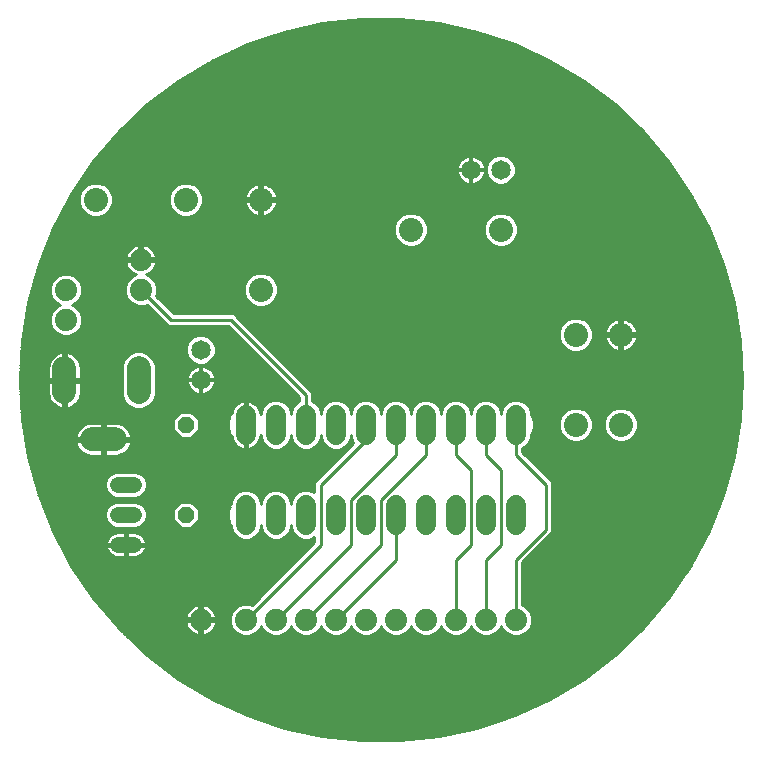
<source format=gbl>
G75*
G70*
%OFA0B0*%
%FSLAX24Y24*%
%IPPOS*%
%LPD*%
%AMOC8*
5,1,8,0,0,1.08239X$1,22.5*
%
%ADD10C,0.0660*%
%ADD11C,0.0740*%
%ADD12OC8,0.0520*%
%ADD13C,0.0650*%
%ADD14C,0.0800*%
%ADD15C,0.0787*%
%ADD16C,0.0520*%
%ADD17C,0.0100*%
D10*
X009500Y007860D02*
X009500Y008520D01*
X010500Y008520D02*
X010500Y007860D01*
X011500Y007860D02*
X011500Y008520D01*
X012500Y008520D02*
X012500Y007860D01*
X013500Y007860D02*
X013500Y008520D01*
X014500Y008520D02*
X014500Y007860D01*
X015500Y007860D02*
X015500Y008520D01*
X016500Y008520D02*
X016500Y007860D01*
X017500Y007860D02*
X017500Y008520D01*
X018500Y008520D02*
X018500Y007860D01*
X018500Y010860D02*
X018500Y011520D01*
X017500Y011520D02*
X017500Y010860D01*
X016500Y010860D02*
X016500Y011520D01*
X015500Y011520D02*
X015500Y010860D01*
X014500Y010860D02*
X014500Y011520D01*
X013500Y011520D02*
X013500Y010860D01*
X012500Y010860D02*
X012500Y011520D01*
X011500Y011520D02*
X011500Y010860D01*
X010500Y010860D02*
X010500Y011520D01*
X009500Y011520D02*
X009500Y010860D01*
D11*
X006000Y015690D03*
X006000Y016690D03*
X003500Y015690D03*
X003500Y014690D03*
X008000Y004690D03*
X009500Y004690D03*
X010500Y004690D03*
X011500Y004690D03*
X012500Y004690D03*
X013500Y004690D03*
X014500Y004690D03*
X015500Y004690D03*
X016500Y004690D03*
X017500Y004690D03*
X018500Y004690D03*
D12*
X007500Y008190D03*
X007500Y011190D03*
D13*
X008000Y012690D03*
X008000Y013690D03*
X017000Y019690D03*
X018000Y019690D03*
D14*
X018000Y017690D03*
X015000Y017690D03*
X010000Y018690D03*
X007500Y018690D03*
X004500Y018690D03*
X010000Y015690D03*
X020500Y014190D03*
X022000Y014190D03*
X022000Y011190D03*
X020500Y011190D03*
D15*
X005933Y012280D02*
X005933Y013068D01*
X005146Y010706D02*
X004358Y010706D01*
X003453Y012280D02*
X003453Y013068D01*
D16*
X005240Y009190D02*
X005760Y009190D01*
X005760Y008190D02*
X005240Y008190D01*
X005240Y007190D02*
X005760Y007190D01*
D17*
X004995Y004721D02*
X007950Y004721D01*
X007950Y004740D02*
X007950Y004640D01*
X007481Y004640D01*
X007493Y004568D01*
X007518Y004490D01*
X007555Y004417D01*
X007603Y004351D01*
X007661Y004293D01*
X007727Y004245D01*
X007800Y004208D01*
X007878Y004183D01*
X007950Y004171D01*
X007950Y004640D01*
X008050Y004640D01*
X008050Y004740D01*
X007950Y004740D01*
X007950Y005208D01*
X007878Y005197D01*
X007800Y005172D01*
X007727Y005135D01*
X007661Y005087D01*
X007603Y005029D01*
X007555Y004962D01*
X007518Y004890D01*
X007493Y004812D01*
X007481Y004740D01*
X007950Y004740D01*
X007950Y004819D02*
X008050Y004819D01*
X008050Y004740D02*
X008050Y005208D01*
X008122Y005197D01*
X008200Y005172D01*
X008273Y005135D01*
X008339Y005087D01*
X008397Y005029D01*
X008445Y004962D01*
X008482Y004890D01*
X008507Y004812D01*
X008519Y004740D01*
X008050Y004740D01*
X008050Y004721D02*
X008960Y004721D01*
X008960Y004797D02*
X008960Y004583D01*
X009042Y004384D01*
X009194Y004232D01*
X009393Y004150D01*
X009607Y004150D01*
X009806Y004232D01*
X009958Y004384D01*
X010000Y004486D01*
X010042Y004384D01*
X010194Y004232D01*
X010393Y004150D01*
X010607Y004150D01*
X010806Y004232D01*
X010958Y004384D01*
X011000Y004486D01*
X011042Y004384D01*
X011194Y004232D01*
X011393Y004150D01*
X011607Y004150D01*
X011806Y004232D01*
X011958Y004384D01*
X012000Y004486D01*
X012042Y004384D01*
X012194Y004232D01*
X012393Y004150D01*
X012607Y004150D01*
X012806Y004232D01*
X012958Y004384D01*
X013000Y004486D01*
X013042Y004384D01*
X013194Y004232D01*
X013393Y004150D01*
X013607Y004150D01*
X013806Y004232D01*
X013958Y004384D01*
X014000Y004486D01*
X014042Y004384D01*
X014194Y004232D01*
X014393Y004150D01*
X014607Y004150D01*
X014806Y004232D01*
X014958Y004384D01*
X015000Y004486D01*
X015042Y004384D01*
X015194Y004232D01*
X015393Y004150D01*
X015607Y004150D01*
X015806Y004232D01*
X015958Y004384D01*
X016000Y004486D01*
X016042Y004384D01*
X016194Y004232D01*
X016393Y004150D01*
X016607Y004150D01*
X016806Y004232D01*
X016958Y004384D01*
X017000Y004486D01*
X017042Y004384D01*
X017194Y004232D01*
X017393Y004150D01*
X017607Y004150D01*
X017806Y004232D01*
X017958Y004384D01*
X018000Y004486D01*
X018042Y004384D01*
X018194Y004232D01*
X018393Y004150D01*
X018607Y004150D01*
X018806Y004232D01*
X018958Y004384D01*
X019040Y004583D01*
X019040Y004797D01*
X018958Y004996D01*
X018806Y005148D01*
X018720Y005183D01*
X018720Y006599D01*
X019720Y007599D01*
X019720Y009281D01*
X019591Y009410D01*
X018720Y010281D01*
X018720Y010410D01*
X018783Y010436D01*
X018924Y010577D01*
X019000Y010760D01*
X019000Y010831D01*
X019015Y010846D01*
X019107Y011069D01*
X019107Y011311D01*
X019015Y011534D01*
X019000Y011549D01*
X019000Y011619D01*
X018924Y011803D01*
X018783Y011944D01*
X018599Y012020D01*
X018401Y012020D01*
X018217Y011944D01*
X018076Y011803D01*
X018000Y011619D01*
X017924Y011803D01*
X017783Y011944D01*
X017599Y012020D01*
X017401Y012020D01*
X017217Y011944D01*
X017076Y011803D01*
X017000Y011619D01*
X016924Y011803D01*
X016783Y011944D01*
X016599Y012020D01*
X016401Y012020D01*
X016217Y011944D01*
X016076Y011803D01*
X016000Y011619D01*
X015924Y011803D01*
X015783Y011944D01*
X015599Y012020D01*
X015401Y012020D01*
X015217Y011944D01*
X015076Y011803D01*
X015000Y011619D01*
X014924Y011803D01*
X014783Y011944D01*
X014599Y012020D01*
X014401Y012020D01*
X014217Y011944D01*
X014076Y011803D01*
X014000Y011619D01*
X013924Y011803D01*
X013783Y011944D01*
X013599Y012020D01*
X013401Y012020D01*
X013217Y011944D01*
X013076Y011803D01*
X013000Y011619D01*
X012924Y011803D01*
X012783Y011944D01*
X012599Y012020D01*
X012401Y012020D01*
X012217Y011944D01*
X012076Y011803D01*
X012000Y011619D01*
X011924Y011803D01*
X011783Y011944D01*
X011720Y011970D01*
X011720Y012281D01*
X009220Y014781D01*
X009091Y014910D01*
X007091Y014910D01*
X006504Y015497D01*
X006540Y015583D01*
X006540Y015797D01*
X006458Y015996D01*
X006306Y016148D01*
X006178Y016201D01*
X006200Y016208D01*
X006273Y016245D01*
X009852Y016245D01*
X009887Y016260D02*
X009677Y016173D01*
X009517Y016013D01*
X009430Y015803D01*
X009430Y015577D01*
X009517Y015367D01*
X009677Y015207D01*
X009887Y015120D01*
X010113Y015120D01*
X010323Y015207D01*
X010483Y015367D01*
X010570Y015577D01*
X010570Y015803D01*
X010483Y016013D01*
X010323Y016173D01*
X010113Y016260D01*
X009887Y016260D01*
X010148Y016245D02*
X025490Y016245D01*
X025517Y016147D02*
X010349Y016147D01*
X010448Y016048D02*
X025545Y016048D01*
X025572Y015950D02*
X010509Y015950D01*
X010550Y015851D02*
X025599Y015851D01*
X025627Y015753D02*
X010570Y015753D01*
X010570Y015654D02*
X025654Y015654D01*
X025681Y015556D02*
X010561Y015556D01*
X010521Y015457D02*
X025709Y015457D01*
X025736Y015359D02*
X010475Y015359D01*
X010377Y015260D02*
X025761Y015260D01*
X025758Y015278D02*
X025969Y013992D01*
X026040Y012690D01*
X025969Y011388D01*
X025758Y010102D01*
X025410Y008846D01*
X024927Y007634D01*
X024317Y006483D01*
X023585Y005404D01*
X022741Y004410D01*
X021794Y003514D01*
X020757Y002725D01*
X019640Y002053D01*
X018456Y001505D01*
X017221Y001089D01*
X015948Y000809D01*
X014652Y000668D01*
X013348Y000668D01*
X012052Y000809D01*
X010779Y001089D01*
X009544Y001505D01*
X008360Y002053D01*
X007243Y002725D01*
X006206Y003514D01*
X005259Y004410D01*
X004415Y005404D01*
X003683Y006483D01*
X003073Y007634D01*
X002590Y008846D01*
X002242Y010102D01*
X002031Y011388D01*
X001960Y012690D01*
X002031Y013992D01*
X002242Y015278D01*
X002590Y016534D01*
X003073Y017745D01*
X003683Y018897D01*
X004415Y019976D01*
X005259Y020970D01*
X006206Y021866D01*
X007243Y022655D01*
X008360Y023327D01*
X009544Y023875D01*
X010779Y024291D01*
X012052Y024571D01*
X013348Y024712D01*
X014652Y024712D01*
X015948Y024571D01*
X017221Y024291D01*
X018456Y023875D01*
X019640Y023327D01*
X020757Y022655D01*
X021794Y021866D01*
X022741Y020970D01*
X023585Y019976D01*
X024317Y018897D01*
X024927Y017745D01*
X025410Y016534D01*
X025758Y015278D01*
X025777Y015162D02*
X010215Y015162D01*
X009785Y015162D02*
X006839Y015162D01*
X006741Y015260D02*
X009623Y015260D01*
X009525Y015359D02*
X006642Y015359D01*
X006544Y015457D02*
X009479Y015457D01*
X009439Y015556D02*
X006529Y015556D01*
X006540Y015654D02*
X009430Y015654D01*
X009430Y015753D02*
X006540Y015753D01*
X006518Y015851D02*
X009450Y015851D01*
X009491Y015950D02*
X006477Y015950D01*
X006405Y016048D02*
X009552Y016048D01*
X009651Y016147D02*
X006307Y016147D01*
X006273Y016245D02*
X006339Y016293D01*
X006397Y016351D01*
X006445Y016417D01*
X006482Y016490D01*
X006507Y016568D01*
X006519Y016640D01*
X006050Y016640D01*
X006050Y016740D01*
X005950Y016740D01*
X005950Y017208D01*
X005878Y017197D01*
X005800Y017172D01*
X005727Y017135D01*
X005661Y017087D01*
X005603Y017029D01*
X005555Y016962D01*
X005518Y016890D01*
X005493Y016812D01*
X005481Y016740D01*
X005950Y016740D01*
X005950Y016640D01*
X005481Y016640D01*
X005493Y016568D01*
X005518Y016490D01*
X005555Y016417D01*
X005603Y016351D01*
X005661Y016293D01*
X005727Y016245D01*
X002510Y016245D01*
X002483Y016147D02*
X003193Y016147D01*
X003194Y016148D02*
X003042Y015996D01*
X002960Y015797D01*
X002960Y015583D01*
X003042Y015384D01*
X003194Y015232D01*
X003296Y015190D01*
X003194Y015148D01*
X003042Y014996D01*
X002960Y014797D01*
X002960Y014583D01*
X003042Y014384D01*
X003194Y014232D01*
X003393Y014150D01*
X003607Y014150D01*
X003806Y014232D01*
X003958Y014384D01*
X004040Y014583D01*
X004040Y014797D01*
X003958Y014996D01*
X003806Y015148D01*
X003704Y015190D01*
X003806Y015232D01*
X003958Y015384D01*
X004040Y015583D01*
X004040Y015797D01*
X003958Y015996D01*
X003806Y016148D01*
X003607Y016230D01*
X003393Y016230D01*
X003194Y016148D01*
X003095Y016048D02*
X002455Y016048D01*
X002428Y015950D02*
X003023Y015950D01*
X002982Y015851D02*
X002401Y015851D01*
X002373Y015753D02*
X002960Y015753D01*
X002960Y015654D02*
X002346Y015654D01*
X002319Y015556D02*
X002971Y015556D01*
X003012Y015457D02*
X002291Y015457D01*
X002264Y015359D02*
X003067Y015359D01*
X003166Y015260D02*
X002239Y015260D01*
X002223Y015162D02*
X003229Y015162D01*
X003110Y015063D02*
X002206Y015063D01*
X002190Y014965D02*
X003029Y014965D01*
X002989Y014866D02*
X002174Y014866D01*
X002158Y014768D02*
X002960Y014768D01*
X002960Y014669D02*
X002142Y014669D01*
X002126Y014571D02*
X002965Y014571D01*
X003006Y014472D02*
X002109Y014472D01*
X002093Y014374D02*
X003052Y014374D01*
X003151Y014275D02*
X002077Y014275D01*
X002061Y014177D02*
X003327Y014177D01*
X003673Y014177D02*
X007882Y014177D01*
X007902Y014185D02*
X007720Y014110D01*
X007580Y013970D01*
X007505Y013788D01*
X007505Y013591D01*
X007580Y013410D01*
X007720Y013270D01*
X007902Y013195D01*
X008098Y013195D01*
X008280Y013270D01*
X008420Y013410D01*
X008495Y013591D01*
X008495Y013788D01*
X008420Y013970D01*
X008280Y014110D01*
X008098Y014185D01*
X007902Y014185D01*
X008118Y014177D02*
X009202Y014177D01*
X009300Y014078D02*
X008311Y014078D01*
X008410Y013980D02*
X009399Y013980D01*
X009497Y013881D02*
X008456Y013881D01*
X008495Y013783D02*
X009596Y013783D01*
X009694Y013684D02*
X008495Y013684D01*
X008493Y013586D02*
X009793Y013586D01*
X009891Y013487D02*
X008452Y013487D01*
X008399Y013389D02*
X009990Y013389D01*
X010088Y013290D02*
X008301Y013290D01*
X008182Y013130D02*
X008111Y013153D01*
X008037Y013165D01*
X008019Y013165D01*
X008019Y012709D01*
X007981Y012709D01*
X007981Y013165D01*
X007963Y013165D01*
X007889Y013153D01*
X007818Y013130D01*
X007751Y013096D01*
X007691Y013052D01*
X007638Y012999D01*
X007594Y012939D01*
X007560Y012872D01*
X007537Y012801D01*
X007525Y012727D01*
X007525Y012709D01*
X007981Y012709D01*
X007981Y012671D01*
X007525Y012671D01*
X007525Y012653D01*
X007537Y012579D01*
X007560Y012508D01*
X007594Y012441D01*
X007638Y012380D01*
X007691Y012328D01*
X007751Y012284D01*
X007818Y012250D01*
X007889Y012227D01*
X007963Y012215D01*
X007981Y012215D01*
X007981Y012671D01*
X008019Y012671D01*
X008019Y012709D01*
X008475Y012709D01*
X008475Y012727D01*
X008463Y012801D01*
X008440Y012872D01*
X008406Y012939D01*
X008362Y012999D01*
X008309Y013052D01*
X008249Y013096D01*
X008182Y013130D01*
X008253Y013093D02*
X010285Y013093D01*
X010384Y012995D02*
X008366Y012995D01*
X008428Y012896D02*
X010482Y012896D01*
X010581Y012798D02*
X008464Y012798D01*
X008475Y012671D02*
X008019Y012671D01*
X008019Y012215D01*
X008037Y012215D01*
X008111Y012227D01*
X008182Y012250D01*
X008249Y012284D01*
X008309Y012328D01*
X008362Y012380D01*
X008406Y012441D01*
X008440Y012508D01*
X008463Y012579D01*
X008475Y012653D01*
X008475Y012671D01*
X008467Y012601D02*
X010778Y012601D01*
X010876Y012502D02*
X008438Y012502D01*
X008379Y012404D02*
X010975Y012404D01*
X011073Y012305D02*
X008279Y012305D01*
X008019Y012305D02*
X007981Y012305D01*
X007981Y012404D02*
X008019Y012404D01*
X008019Y012502D02*
X007981Y012502D01*
X007981Y012601D02*
X008019Y012601D01*
X008019Y012699D02*
X010679Y012699D01*
X011006Y012995D02*
X026023Y012995D01*
X026018Y013093D02*
X010908Y013093D01*
X010809Y013192D02*
X026013Y013192D01*
X026007Y013290D02*
X010711Y013290D01*
X010612Y013389D02*
X026002Y013389D01*
X025997Y013487D02*
X010514Y013487D01*
X010415Y013586D02*
X025991Y013586D01*
X025986Y013684D02*
X022219Y013684D01*
X022211Y013680D02*
X022288Y013720D01*
X022358Y013770D01*
X022420Y013832D01*
X022470Y013902D01*
X022510Y013979D01*
X022536Y014061D01*
X022549Y014140D01*
X022050Y014140D01*
X022050Y014240D01*
X021950Y014240D01*
X021950Y014739D01*
X021871Y014726D01*
X021789Y014700D01*
X021712Y014660D01*
X021642Y014609D01*
X021580Y014548D01*
X021530Y014478D01*
X021490Y014401D01*
X021464Y014319D01*
X021451Y014240D01*
X021950Y014240D01*
X021950Y014140D01*
X021451Y014140D01*
X021464Y014061D01*
X021490Y013979D01*
X021530Y013902D01*
X021580Y013832D01*
X021642Y013770D01*
X021712Y013720D01*
X021789Y013680D01*
X021871Y013653D01*
X021950Y013641D01*
X021950Y014140D01*
X022050Y014140D01*
X022050Y013641D01*
X022129Y013653D01*
X022211Y013680D01*
X022050Y013684D02*
X021950Y013684D01*
X021950Y013783D02*
X022050Y013783D01*
X022050Y013881D02*
X021950Y013881D01*
X021950Y013980D02*
X022050Y013980D01*
X022050Y014078D02*
X021950Y014078D01*
X021950Y014177D02*
X021070Y014177D01*
X021070Y014275D02*
X021457Y014275D01*
X021481Y014374D02*
X021041Y014374D01*
X021070Y014303D02*
X020983Y014513D01*
X020823Y014673D01*
X020613Y014760D01*
X020387Y014760D01*
X020177Y014673D01*
X020017Y014513D01*
X019930Y014303D01*
X019930Y014077D01*
X020017Y013867D01*
X020177Y013707D01*
X020387Y013620D01*
X020613Y013620D01*
X020823Y013707D01*
X020983Y013867D01*
X021070Y014077D01*
X021070Y014303D01*
X021000Y014472D02*
X021527Y014472D01*
X021603Y014571D02*
X020925Y014571D01*
X020827Y014669D02*
X021730Y014669D01*
X021950Y014669D02*
X022050Y014669D01*
X022050Y014739D02*
X022050Y014240D01*
X022549Y014240D01*
X022536Y014319D01*
X022510Y014401D01*
X022470Y014478D01*
X022420Y014548D01*
X022358Y014609D01*
X022288Y014660D01*
X022211Y014700D01*
X022129Y014726D01*
X022050Y014739D01*
X022050Y014571D02*
X021950Y014571D01*
X021950Y014472D02*
X022050Y014472D01*
X022050Y014374D02*
X021950Y014374D01*
X021950Y014275D02*
X022050Y014275D01*
X022050Y014177D02*
X025939Y014177D01*
X025923Y014275D02*
X022543Y014275D01*
X022519Y014374D02*
X025907Y014374D01*
X025891Y014472D02*
X022473Y014472D01*
X022397Y014571D02*
X025874Y014571D01*
X025858Y014669D02*
X022270Y014669D01*
X022539Y014078D02*
X025955Y014078D01*
X025970Y013980D02*
X022510Y013980D01*
X022456Y013881D02*
X025975Y013881D01*
X025981Y013783D02*
X022371Y013783D01*
X021781Y013684D02*
X020769Y013684D01*
X020899Y013783D02*
X021629Y013783D01*
X021544Y013881D02*
X020989Y013881D01*
X021030Y013980D02*
X021490Y013980D01*
X021461Y014078D02*
X021070Y014078D01*
X020231Y013684D02*
X010317Y013684D01*
X010218Y013783D02*
X020101Y013783D01*
X020011Y013881D02*
X010120Y013881D01*
X010021Y013980D02*
X019970Y013980D01*
X019930Y014078D02*
X009923Y014078D01*
X009824Y014177D02*
X019930Y014177D01*
X019930Y014275D02*
X009726Y014275D01*
X009627Y014374D02*
X019959Y014374D01*
X020000Y014472D02*
X009529Y014472D01*
X009430Y014571D02*
X020075Y014571D01*
X020173Y014669D02*
X009332Y014669D01*
X009233Y014768D02*
X025842Y014768D01*
X025826Y014866D02*
X009135Y014866D01*
X009000Y014690D02*
X007000Y014690D01*
X006000Y015690D01*
X005666Y015260D02*
X003834Y015260D01*
X003771Y015162D02*
X005864Y015162D01*
X005893Y015150D02*
X005694Y015232D01*
X005542Y015384D01*
X005460Y015583D01*
X005460Y015797D01*
X005542Y015996D01*
X005694Y016148D01*
X005822Y016201D01*
X005800Y016208D01*
X005727Y016245D01*
X005693Y016147D02*
X003807Y016147D01*
X003905Y016048D02*
X005595Y016048D01*
X005523Y015950D02*
X003977Y015950D01*
X004018Y015851D02*
X005482Y015851D01*
X005460Y015753D02*
X004040Y015753D01*
X004040Y015654D02*
X005460Y015654D01*
X005471Y015556D02*
X004029Y015556D01*
X003988Y015457D02*
X005512Y015457D01*
X005567Y015359D02*
X003933Y015359D01*
X003890Y015063D02*
X006315Y015063D01*
X006414Y014965D02*
X003971Y014965D01*
X004011Y014866D02*
X006512Y014866D01*
X006611Y014768D02*
X004040Y014768D01*
X004040Y014669D02*
X006709Y014669D01*
X006808Y014571D02*
X004035Y014571D01*
X003994Y014472D02*
X006906Y014472D01*
X006909Y014470D02*
X008909Y014470D01*
X011280Y012099D01*
X011280Y011970D01*
X011217Y011944D01*
X011076Y011803D01*
X011000Y011619D01*
X010924Y011803D01*
X010783Y011944D01*
X010599Y012020D01*
X010401Y012020D01*
X010217Y011944D01*
X010076Y011803D01*
X010000Y011619D01*
X010000Y011549D01*
X009978Y011571D01*
X009968Y011632D01*
X009945Y011704D01*
X009911Y011772D01*
X009866Y011833D01*
X009813Y011886D01*
X009752Y011930D01*
X009684Y011965D01*
X009612Y011988D01*
X009538Y012000D01*
X009529Y012000D01*
X009529Y011797D01*
X009471Y011797D01*
X009471Y012000D01*
X009462Y012000D01*
X009388Y011988D01*
X009316Y011965D01*
X009248Y011930D01*
X009187Y011886D01*
X009134Y011833D01*
X009089Y011772D01*
X009055Y011704D01*
X009032Y011632D01*
X009022Y011571D01*
X008985Y011534D01*
X008893Y011311D01*
X008893Y011069D01*
X008985Y010846D01*
X009022Y010809D01*
X009032Y010748D01*
X009055Y010676D01*
X009089Y010608D01*
X009134Y010547D01*
X009187Y010494D01*
X009248Y010449D01*
X009316Y010415D01*
X009388Y010392D01*
X009462Y010380D01*
X009471Y010380D01*
X009471Y010582D01*
X009529Y010582D01*
X009529Y010380D01*
X009538Y010380D01*
X009612Y010392D01*
X009684Y010415D01*
X009752Y010449D01*
X009813Y010494D01*
X009866Y010547D01*
X009911Y010608D01*
X009945Y010676D01*
X009968Y010748D01*
X009978Y010809D01*
X010000Y010831D01*
X010000Y010760D01*
X010076Y010577D01*
X010217Y010436D01*
X010401Y010360D01*
X010599Y010360D01*
X010783Y010436D01*
X010924Y010577D01*
X011000Y010760D01*
X011076Y010577D01*
X011217Y010436D01*
X011401Y010360D01*
X011599Y010360D01*
X011783Y010436D01*
X011924Y010577D01*
X012000Y010760D01*
X012076Y010577D01*
X012217Y010436D01*
X012401Y010360D01*
X012599Y010360D01*
X012783Y010436D01*
X012924Y010577D01*
X013000Y010760D01*
X013076Y010577D01*
X011780Y009281D01*
X011780Y008945D01*
X011599Y009020D01*
X011401Y009020D01*
X011217Y008944D01*
X011076Y008803D01*
X011000Y008619D01*
X010924Y008803D01*
X010783Y008944D01*
X010599Y009020D01*
X010401Y009020D01*
X010217Y008944D01*
X010076Y008803D01*
X010000Y008619D01*
X009924Y008803D01*
X009783Y008944D01*
X009599Y009020D01*
X009401Y009020D01*
X009217Y008944D01*
X009076Y008803D01*
X009000Y008619D01*
X009000Y008549D01*
X008985Y008534D01*
X008893Y008311D01*
X008893Y008069D01*
X008985Y007846D01*
X009000Y007831D01*
X009000Y007760D01*
X009076Y007577D01*
X009217Y007436D01*
X009401Y007360D01*
X009599Y007360D01*
X009783Y007436D01*
X009924Y007577D01*
X010000Y007760D01*
X010076Y007577D01*
X010217Y007436D01*
X010401Y007360D01*
X010599Y007360D01*
X010783Y007436D01*
X010924Y007577D01*
X011000Y007760D01*
X011076Y007577D01*
X011217Y007436D01*
X011401Y007360D01*
X011599Y007360D01*
X011780Y007435D01*
X011780Y007281D01*
X009693Y005194D01*
X009607Y005230D01*
X009393Y005230D01*
X009194Y005148D01*
X009042Y004996D01*
X008960Y004797D01*
X008969Y004819D02*
X008505Y004819D01*
X008467Y004918D02*
X009010Y004918D01*
X009063Y005016D02*
X008406Y005016D01*
X008300Y005115D02*
X009161Y005115D01*
X009353Y005213D02*
X004577Y005213D01*
X004660Y005115D02*
X007700Y005115D01*
X007594Y005016D02*
X004744Y005016D01*
X004828Y004918D02*
X007533Y004918D01*
X007495Y004819D02*
X004911Y004819D01*
X005079Y004622D02*
X007484Y004622D01*
X007507Y004524D02*
X005162Y004524D01*
X005246Y004425D02*
X007551Y004425D01*
X007628Y004327D02*
X005347Y004327D01*
X005451Y004228D02*
X007760Y004228D01*
X007950Y004228D02*
X008050Y004228D01*
X008050Y004171D02*
X008122Y004183D01*
X008200Y004208D01*
X008273Y004245D01*
X008339Y004293D01*
X008397Y004351D01*
X008445Y004417D01*
X008482Y004490D01*
X008507Y004568D01*
X008519Y004640D01*
X008050Y004640D01*
X008050Y004171D01*
X008050Y004327D02*
X007950Y004327D01*
X007950Y004425D02*
X008050Y004425D01*
X008050Y004524D02*
X007950Y004524D01*
X007950Y004622D02*
X008050Y004622D01*
X008050Y004918D02*
X007950Y004918D01*
X007950Y005016D02*
X008050Y005016D01*
X008050Y005115D02*
X007950Y005115D01*
X008516Y004622D02*
X008960Y004622D01*
X008984Y004524D02*
X008493Y004524D01*
X008449Y004425D02*
X009025Y004425D01*
X009099Y004327D02*
X008372Y004327D01*
X008240Y004228D02*
X009203Y004228D01*
X009500Y004690D02*
X012000Y007190D01*
X012000Y009190D01*
X013500Y010690D01*
X013500Y011190D01*
X014000Y011549D02*
X014000Y011619D01*
X014000Y011549D01*
X014000Y011549D01*
X014000Y011616D02*
X014000Y011616D01*
X013961Y011714D02*
X014039Y011714D01*
X014086Y011813D02*
X013914Y011813D01*
X013816Y011911D02*
X014184Y011911D01*
X014376Y012010D02*
X013624Y012010D01*
X013376Y012010D02*
X012624Y012010D01*
X012816Y011911D02*
X013184Y011911D01*
X013086Y011813D02*
X012914Y011813D01*
X012961Y011714D02*
X013039Y011714D01*
X013000Y011619D02*
X013000Y011549D01*
X013000Y011549D01*
X013000Y011619D01*
X013000Y011616D02*
X013000Y011616D01*
X012376Y012010D02*
X011720Y012010D01*
X011720Y012108D02*
X026008Y012108D01*
X026003Y012010D02*
X018624Y012010D01*
X018816Y011911D02*
X025998Y011911D01*
X025992Y011813D02*
X018914Y011813D01*
X018961Y011714D02*
X020277Y011714D01*
X020177Y011673D02*
X020017Y011513D01*
X019930Y011303D01*
X019930Y011077D01*
X020017Y010867D01*
X020177Y010707D01*
X020387Y010620D01*
X020613Y010620D01*
X020823Y010707D01*
X020983Y010867D01*
X021070Y011077D01*
X021070Y011303D01*
X020983Y011513D01*
X020823Y011673D01*
X020613Y011760D01*
X020387Y011760D01*
X020177Y011673D01*
X020120Y011616D02*
X019000Y011616D01*
X019022Y011517D02*
X020021Y011517D01*
X019978Y011419D02*
X019063Y011419D01*
X019103Y011320D02*
X019937Y011320D01*
X019930Y011222D02*
X019107Y011222D01*
X019107Y011123D02*
X019930Y011123D01*
X019951Y011025D02*
X019089Y011025D01*
X019048Y010926D02*
X019992Y010926D01*
X020056Y010828D02*
X019000Y010828D01*
X018987Y010729D02*
X020154Y010729D01*
X020360Y010631D02*
X018946Y010631D01*
X018880Y010532D02*
X025829Y010532D01*
X025813Y010434D02*
X018778Y010434D01*
X018720Y010335D02*
X025797Y010335D01*
X025781Y010237D02*
X018764Y010237D01*
X018863Y010138D02*
X025764Y010138D01*
X025741Y010040D02*
X018961Y010040D01*
X019060Y009941D02*
X025714Y009941D01*
X025687Y009843D02*
X019158Y009843D01*
X019257Y009744D02*
X025659Y009744D01*
X025632Y009646D02*
X019355Y009646D01*
X019454Y009547D02*
X025605Y009547D01*
X025577Y009449D02*
X019552Y009449D01*
X019651Y009350D02*
X025550Y009350D01*
X025523Y009252D02*
X019720Y009252D01*
X019720Y009153D02*
X025495Y009153D01*
X025468Y009055D02*
X019720Y009055D01*
X019720Y008956D02*
X025440Y008956D01*
X025413Y008858D02*
X019720Y008858D01*
X019720Y008759D02*
X025375Y008759D01*
X025336Y008661D02*
X019720Y008661D01*
X019720Y008562D02*
X025297Y008562D01*
X025258Y008464D02*
X019720Y008464D01*
X019720Y008365D02*
X025218Y008365D01*
X025179Y008267D02*
X019720Y008267D01*
X019720Y008168D02*
X025140Y008168D01*
X025101Y008070D02*
X019720Y008070D01*
X019720Y007971D02*
X025061Y007971D01*
X025022Y007873D02*
X019720Y007873D01*
X019720Y007774D02*
X024983Y007774D01*
X024944Y007676D02*
X019720Y007676D01*
X019699Y007577D02*
X024897Y007577D01*
X024845Y007479D02*
X019600Y007479D01*
X019502Y007380D02*
X024792Y007380D01*
X024740Y007282D02*
X019403Y007282D01*
X019305Y007183D02*
X024688Y007183D01*
X024636Y007085D02*
X019206Y007085D01*
X019108Y006986D02*
X024584Y006986D01*
X024531Y006888D02*
X019009Y006888D01*
X018911Y006789D02*
X024479Y006789D01*
X024427Y006691D02*
X018812Y006691D01*
X018720Y006592D02*
X024375Y006592D01*
X024322Y006494D02*
X018720Y006494D01*
X018720Y006395D02*
X024257Y006395D01*
X024191Y006297D02*
X018720Y006297D01*
X018720Y006198D02*
X024124Y006198D01*
X024057Y006100D02*
X018720Y006100D01*
X018720Y006001D02*
X023990Y006001D01*
X023923Y005903D02*
X018720Y005903D01*
X018720Y005804D02*
X023857Y005804D01*
X023790Y005706D02*
X018720Y005706D01*
X018720Y005607D02*
X023723Y005607D01*
X023656Y005509D02*
X018720Y005509D01*
X018720Y005410D02*
X023590Y005410D01*
X023507Y005312D02*
X018720Y005312D01*
X018720Y005213D02*
X023423Y005213D01*
X023340Y005115D02*
X018839Y005115D01*
X018937Y005016D02*
X023256Y005016D01*
X023172Y004918D02*
X018990Y004918D01*
X019031Y004819D02*
X023089Y004819D01*
X023005Y004721D02*
X019040Y004721D01*
X019040Y004622D02*
X022921Y004622D01*
X022838Y004524D02*
X019016Y004524D01*
X018975Y004425D02*
X022754Y004425D01*
X022653Y004327D02*
X018901Y004327D01*
X018797Y004228D02*
X022549Y004228D01*
X022445Y004130D02*
X005555Y004130D01*
X005659Y004031D02*
X022341Y004031D01*
X022237Y003933D02*
X005763Y003933D01*
X005867Y003834D02*
X022133Y003834D01*
X022029Y003736D02*
X005971Y003736D01*
X006075Y003637D02*
X021925Y003637D01*
X021821Y003539D02*
X006179Y003539D01*
X006302Y003440D02*
X021698Y003440D01*
X021569Y003342D02*
X006431Y003342D01*
X006561Y003243D02*
X021439Y003243D01*
X021310Y003145D02*
X006690Y003145D01*
X006820Y003046D02*
X021180Y003046D01*
X021050Y002948D02*
X006950Y002948D01*
X007079Y002849D02*
X020921Y002849D01*
X020791Y002751D02*
X007209Y002751D01*
X007363Y002652D02*
X020637Y002652D01*
X020473Y002554D02*
X007527Y002554D01*
X007691Y002455D02*
X020309Y002455D01*
X020146Y002357D02*
X007854Y002357D01*
X008018Y002258D02*
X019982Y002258D01*
X019818Y002160D02*
X008182Y002160D01*
X008346Y002061D02*
X019654Y002061D01*
X019446Y001963D02*
X008554Y001963D01*
X008767Y001864D02*
X019233Y001864D01*
X019020Y001766D02*
X008980Y001766D01*
X009193Y001667D02*
X018807Y001667D01*
X018594Y001569D02*
X009406Y001569D01*
X009646Y001470D02*
X018354Y001470D01*
X018061Y001372D02*
X009939Y001372D01*
X010231Y001273D02*
X017769Y001273D01*
X017477Y001175D02*
X010523Y001175D01*
X010835Y001076D02*
X017165Y001076D01*
X016717Y000978D02*
X011283Y000978D01*
X011730Y000879D02*
X016270Y000879D01*
X015693Y000781D02*
X012307Y000781D01*
X013212Y000682D02*
X014788Y000682D01*
X014797Y004228D02*
X015203Y004228D01*
X015099Y004327D02*
X014901Y004327D01*
X014975Y004425D02*
X015025Y004425D01*
X015797Y004228D02*
X016203Y004228D01*
X016099Y004327D02*
X015901Y004327D01*
X015975Y004425D02*
X016025Y004425D01*
X016500Y004690D02*
X016500Y006690D01*
X017000Y007190D01*
X017000Y009690D01*
X016500Y010190D01*
X016500Y011190D01*
X017000Y011549D02*
X017000Y011619D01*
X017000Y011549D01*
X017000Y011549D01*
X017000Y011616D02*
X017000Y011616D01*
X016961Y011714D02*
X017039Y011714D01*
X017086Y011813D02*
X016914Y011813D01*
X016816Y011911D02*
X017184Y011911D01*
X017376Y012010D02*
X016624Y012010D01*
X016376Y012010D02*
X015624Y012010D01*
X015816Y011911D02*
X016184Y011911D01*
X016086Y011813D02*
X015914Y011813D01*
X015961Y011714D02*
X016039Y011714D01*
X016000Y011619D02*
X016000Y011549D01*
X016000Y011549D01*
X016000Y011619D01*
X016000Y011616D02*
X016000Y011616D01*
X015500Y011190D02*
X015500Y010190D01*
X014000Y008690D01*
X014000Y007190D01*
X011500Y004690D01*
X011901Y004327D02*
X012099Y004327D01*
X012025Y004425D02*
X011975Y004425D01*
X011797Y004228D02*
X012203Y004228D01*
X012500Y004690D02*
X014500Y006690D01*
X014500Y008190D01*
X013000Y008690D02*
X013000Y007190D01*
X010500Y004690D01*
X010901Y004327D02*
X011099Y004327D01*
X011025Y004425D02*
X010975Y004425D01*
X010797Y004228D02*
X011203Y004228D01*
X010203Y004228D02*
X009797Y004228D01*
X009901Y004327D02*
X010099Y004327D01*
X010025Y004425D02*
X009975Y004425D01*
X009712Y005213D02*
X009647Y005213D01*
X009811Y005312D02*
X004493Y005312D01*
X004410Y005410D02*
X009909Y005410D01*
X010008Y005509D02*
X004344Y005509D01*
X004277Y005607D02*
X010106Y005607D01*
X010205Y005706D02*
X004210Y005706D01*
X004143Y005804D02*
X010303Y005804D01*
X010402Y005903D02*
X004077Y005903D01*
X004010Y006001D02*
X010500Y006001D01*
X010599Y006100D02*
X003943Y006100D01*
X003876Y006198D02*
X010697Y006198D01*
X010796Y006297D02*
X003809Y006297D01*
X003743Y006395D02*
X010894Y006395D01*
X010993Y006494D02*
X003678Y006494D01*
X003625Y006592D02*
X011091Y006592D01*
X011190Y006691D02*
X003573Y006691D01*
X003521Y006789D02*
X005148Y006789D01*
X005144Y006790D02*
X005208Y006780D01*
X005470Y006780D01*
X005470Y007160D01*
X004830Y007160D01*
X004830Y007158D01*
X004840Y007094D01*
X004860Y007033D01*
X004889Y006975D01*
X004927Y006923D01*
X004973Y006877D01*
X005025Y006839D01*
X005083Y006810D01*
X005144Y006790D01*
X004962Y006888D02*
X003469Y006888D01*
X003416Y006986D02*
X004884Y006986D01*
X004843Y007085D02*
X003364Y007085D01*
X003312Y007183D02*
X005470Y007183D01*
X005470Y007160D02*
X005470Y007220D01*
X005470Y007600D01*
X005208Y007600D01*
X005144Y007590D01*
X005083Y007570D01*
X005025Y007541D01*
X004973Y007503D01*
X004927Y007457D01*
X004889Y007405D01*
X004860Y007347D01*
X004840Y007286D01*
X004830Y007222D01*
X004830Y007220D01*
X005470Y007220D01*
X005530Y007220D01*
X005530Y007600D01*
X005792Y007600D01*
X005856Y007590D01*
X005917Y007570D01*
X005975Y007541D01*
X006027Y007503D01*
X006073Y007457D01*
X006111Y007405D01*
X006140Y007347D01*
X006160Y007286D01*
X006170Y007222D01*
X006170Y007220D01*
X005530Y007220D01*
X005530Y007160D01*
X006170Y007160D01*
X006170Y007158D01*
X006160Y007094D01*
X006140Y007033D01*
X006111Y006975D01*
X006073Y006923D01*
X006027Y006877D01*
X005975Y006839D01*
X005917Y006810D01*
X005856Y006790D01*
X005792Y006780D01*
X005530Y006780D01*
X005530Y007160D01*
X005470Y007160D01*
X005530Y007183D02*
X011682Y007183D01*
X011584Y007085D02*
X006157Y007085D01*
X006116Y006986D02*
X011485Y006986D01*
X011387Y006888D02*
X006038Y006888D01*
X005852Y006789D02*
X011288Y006789D01*
X011780Y007282D02*
X006161Y007282D01*
X006123Y007380D02*
X009351Y007380D01*
X009174Y007479D02*
X006051Y007479D01*
X005894Y007577D02*
X009076Y007577D01*
X009035Y007676D02*
X003056Y007676D01*
X003017Y007774D02*
X005119Y007774D01*
X005154Y007760D02*
X005846Y007760D01*
X006004Y007825D01*
X006125Y007946D01*
X006190Y008104D01*
X006190Y008275D01*
X006125Y008434D01*
X006004Y008554D01*
X005846Y008620D01*
X005154Y008620D01*
X004996Y008554D01*
X004875Y008434D01*
X004810Y008275D01*
X004810Y008104D01*
X004875Y007946D01*
X004996Y007825D01*
X005154Y007760D01*
X005106Y007577D02*
X003103Y007577D01*
X003155Y007479D02*
X004949Y007479D01*
X004877Y007380D02*
X003208Y007380D01*
X003260Y007282D02*
X004839Y007282D01*
X005470Y007282D02*
X005530Y007282D01*
X005530Y007380D02*
X005470Y007380D01*
X005470Y007479D02*
X005530Y007479D01*
X005530Y007577D02*
X005470Y007577D01*
X005881Y007774D02*
X007307Y007774D01*
X007322Y007760D02*
X007678Y007760D01*
X007930Y008012D01*
X007930Y008368D01*
X007678Y008620D01*
X007322Y008620D01*
X007070Y008368D01*
X007070Y008012D01*
X007322Y007760D01*
X007209Y007873D02*
X006051Y007873D01*
X006135Y007971D02*
X007110Y007971D01*
X007070Y008070D02*
X006176Y008070D01*
X006190Y008168D02*
X007070Y008168D01*
X007070Y008267D02*
X006190Y008267D01*
X006153Y008365D02*
X007070Y008365D01*
X007166Y008464D02*
X006094Y008464D01*
X005984Y008562D02*
X007264Y008562D01*
X007736Y008562D02*
X009000Y008562D01*
X009017Y008661D02*
X002664Y008661D01*
X002703Y008562D02*
X005016Y008562D01*
X004906Y008464D02*
X002742Y008464D01*
X002782Y008365D02*
X004847Y008365D01*
X004810Y008267D02*
X002821Y008267D01*
X002860Y008168D02*
X004810Y008168D01*
X004824Y008070D02*
X002899Y008070D01*
X002939Y007971D02*
X004865Y007971D01*
X004949Y007873D02*
X002978Y007873D01*
X002625Y008759D02*
X009058Y008759D01*
X009131Y008858D02*
X006036Y008858D01*
X006004Y008825D02*
X006125Y008946D01*
X006190Y009104D01*
X006190Y009275D01*
X006125Y009434D01*
X006004Y009554D01*
X005846Y009620D01*
X005154Y009620D01*
X004996Y009554D01*
X004875Y009434D01*
X004810Y009275D01*
X004810Y009104D01*
X004875Y008946D01*
X004996Y008825D01*
X005154Y008760D01*
X005846Y008760D01*
X006004Y008825D01*
X006129Y008956D02*
X009247Y008956D01*
X009753Y008956D02*
X010247Y008956D01*
X010131Y008858D02*
X009869Y008858D01*
X009942Y008759D02*
X010058Y008759D01*
X010017Y008661D02*
X009983Y008661D01*
X010000Y008619D02*
X010000Y008549D01*
X010000Y008549D01*
X010000Y008619D01*
X010000Y008562D02*
X010000Y008562D01*
X010000Y007831D02*
X010000Y007760D01*
X010000Y007831D01*
X010000Y007831D01*
X010000Y007774D02*
X010000Y007774D01*
X009965Y007676D02*
X010035Y007676D01*
X010076Y007577D02*
X009924Y007577D01*
X009826Y007479D02*
X010174Y007479D01*
X010351Y007380D02*
X009649Y007380D01*
X009000Y007774D02*
X007693Y007774D01*
X007791Y007873D02*
X008974Y007873D01*
X008933Y007971D02*
X007890Y007971D01*
X007930Y008070D02*
X008893Y008070D01*
X008893Y008168D02*
X007930Y008168D01*
X007930Y008267D02*
X008893Y008267D01*
X008915Y008365D02*
X007930Y008365D01*
X007834Y008464D02*
X008956Y008464D01*
X010649Y007380D02*
X011351Y007380D01*
X011174Y007479D02*
X010826Y007479D01*
X010924Y007577D02*
X011076Y007577D01*
X011035Y007676D02*
X010965Y007676D01*
X011000Y007760D02*
X011000Y007831D01*
X011000Y007831D01*
X011000Y007760D01*
X011000Y007774D02*
X011000Y007774D01*
X011649Y007380D02*
X011780Y007380D01*
X011000Y008549D02*
X011000Y008549D01*
X011000Y008619D01*
X011000Y008549D01*
X011000Y008562D02*
X011000Y008562D01*
X010983Y008661D02*
X011017Y008661D01*
X011058Y008759D02*
X010942Y008759D01*
X010869Y008858D02*
X011131Y008858D01*
X011247Y008956D02*
X010753Y008956D01*
X011753Y008956D02*
X011780Y008956D01*
X011780Y009055D02*
X006170Y009055D01*
X006190Y009153D02*
X011780Y009153D01*
X011780Y009252D02*
X006190Y009252D01*
X006159Y009350D02*
X011849Y009350D01*
X011948Y009449D02*
X006109Y009449D01*
X006011Y009547D02*
X012046Y009547D01*
X012145Y009646D02*
X002368Y009646D01*
X002341Y009744D02*
X012243Y009744D01*
X012342Y009843D02*
X002313Y009843D01*
X002286Y009941D02*
X012440Y009941D01*
X012539Y010040D02*
X002259Y010040D01*
X002236Y010138D02*
X012637Y010138D01*
X012736Y010237D02*
X005423Y010237D01*
X005431Y010241D02*
X005500Y010291D01*
X005560Y010351D01*
X005611Y010421D01*
X005650Y010497D01*
X005676Y010578D01*
X005688Y010657D01*
X004800Y010657D01*
X004800Y010162D01*
X005188Y010162D01*
X005273Y010175D01*
X005354Y010202D01*
X005431Y010241D01*
X005544Y010335D02*
X012834Y010335D01*
X012778Y010434D02*
X012933Y010434D01*
X012880Y010532D02*
X013031Y010532D01*
X013054Y010631D02*
X012946Y010631D01*
X012987Y010729D02*
X013013Y010729D01*
X013000Y010760D02*
X013000Y010831D01*
X013000Y010831D01*
X013000Y010760D01*
X013000Y010828D02*
X013000Y010828D01*
X012222Y010434D02*
X011778Y010434D01*
X011880Y010532D02*
X012120Y010532D01*
X012054Y010631D02*
X011946Y010631D01*
X011987Y010729D02*
X012013Y010729D01*
X012000Y010760D02*
X012000Y010831D01*
X012000Y010831D01*
X012000Y010760D01*
X012000Y010828D02*
X012000Y010828D01*
X011500Y011190D02*
X011500Y012190D01*
X009000Y014690D01*
X009005Y014374D02*
X003948Y014374D01*
X003849Y014275D02*
X009103Y014275D01*
X010187Y013192D02*
X006492Y013192D01*
X006497Y013180D02*
X006411Y013387D01*
X006252Y013546D01*
X006045Y013632D01*
X005821Y013632D01*
X005614Y013546D01*
X005455Y013387D01*
X005369Y013180D01*
X005369Y012168D01*
X005455Y011961D01*
X005614Y011803D01*
X005821Y011717D01*
X006045Y011717D01*
X006252Y011803D01*
X006411Y011961D01*
X006497Y012168D01*
X006497Y013180D01*
X006497Y013093D02*
X007747Y013093D01*
X007634Y012995D02*
X006497Y012995D01*
X006497Y012896D02*
X007572Y012896D01*
X007536Y012798D02*
X006497Y012798D01*
X006497Y012699D02*
X007981Y012699D01*
X007981Y012798D02*
X008019Y012798D01*
X008019Y012896D02*
X007981Y012896D01*
X007981Y012995D02*
X008019Y012995D01*
X008019Y013093D02*
X007981Y013093D01*
X007699Y013290D02*
X006451Y013290D01*
X006409Y013389D02*
X007601Y013389D01*
X007548Y013487D02*
X006311Y013487D01*
X006155Y013586D02*
X007507Y013586D01*
X007505Y013684D02*
X002014Y013684D01*
X002009Y013586D02*
X003288Y013586D01*
X003325Y013598D02*
X003244Y013572D01*
X003168Y013533D01*
X003099Y013483D01*
X003038Y013422D01*
X002988Y013353D01*
X002949Y013277D01*
X002922Y013195D01*
X002909Y013111D01*
X002909Y012723D01*
X003404Y012723D01*
X003404Y013611D01*
X003325Y013598D01*
X003404Y013586D02*
X003501Y013586D01*
X003501Y013611D02*
X003501Y012723D01*
X003404Y012723D01*
X003404Y012626D01*
X002909Y012626D01*
X002909Y012238D01*
X002922Y012153D01*
X002949Y012072D01*
X002988Y011996D01*
X003038Y011926D01*
X003099Y011866D01*
X003168Y011815D01*
X003244Y011777D01*
X003325Y011750D01*
X003404Y011738D01*
X003404Y012626D01*
X003501Y012626D01*
X003501Y012723D01*
X003996Y012723D01*
X003996Y013111D01*
X003983Y013195D01*
X003957Y013277D01*
X003918Y013353D01*
X003867Y013422D01*
X003807Y013483D01*
X003738Y013533D01*
X003661Y013572D01*
X003580Y013598D01*
X003501Y013611D01*
X003618Y013586D02*
X005711Y013586D01*
X005555Y013487D02*
X003800Y013487D01*
X003892Y013389D02*
X005457Y013389D01*
X005415Y013290D02*
X003950Y013290D01*
X003984Y013192D02*
X005374Y013192D01*
X005369Y013093D02*
X003996Y013093D01*
X003996Y012995D02*
X005369Y012995D01*
X005369Y012896D02*
X003996Y012896D01*
X003996Y012798D02*
X005369Y012798D01*
X005369Y012699D02*
X003501Y012699D01*
X003501Y012626D02*
X003996Y012626D01*
X003996Y012238D01*
X003983Y012153D01*
X003957Y012072D01*
X003918Y011996D01*
X003867Y011926D01*
X003807Y011866D01*
X003738Y011815D01*
X003661Y011777D01*
X003580Y011750D01*
X003501Y011738D01*
X003501Y012626D01*
X003501Y012601D02*
X003404Y012601D01*
X003404Y012699D02*
X001961Y012699D01*
X001965Y012601D02*
X002909Y012601D01*
X002909Y012502D02*
X001970Y012502D01*
X001976Y012404D02*
X002909Y012404D01*
X002909Y012305D02*
X001981Y012305D01*
X001986Y012207D02*
X002914Y012207D01*
X002937Y012108D02*
X001992Y012108D01*
X001997Y012010D02*
X002980Y012010D01*
X003053Y011911D02*
X002002Y011911D01*
X002008Y011813D02*
X003173Y011813D01*
X003404Y011813D02*
X003501Y011813D01*
X003501Y011911D02*
X003404Y011911D01*
X003404Y012010D02*
X003501Y012010D01*
X003501Y012108D02*
X003404Y012108D01*
X003404Y012207D02*
X003501Y012207D01*
X003501Y012305D02*
X003404Y012305D01*
X003404Y012404D02*
X003501Y012404D01*
X003501Y012502D02*
X003404Y012502D01*
X003404Y012798D02*
X003501Y012798D01*
X003501Y012896D02*
X003404Y012896D01*
X003404Y012995D02*
X003501Y012995D01*
X003501Y013093D02*
X003404Y013093D01*
X003404Y013192D02*
X003501Y013192D01*
X003501Y013290D02*
X003404Y013290D01*
X003404Y013389D02*
X003501Y013389D01*
X003501Y013487D02*
X003404Y013487D01*
X003105Y013487D02*
X002003Y013487D01*
X001998Y013389D02*
X003014Y013389D01*
X002956Y013290D02*
X001993Y013290D01*
X001987Y013192D02*
X002922Y013192D01*
X002909Y013093D02*
X001982Y013093D01*
X001977Y012995D02*
X002909Y012995D01*
X002909Y012896D02*
X001971Y012896D01*
X001966Y012798D02*
X002909Y012798D01*
X003996Y012601D02*
X005369Y012601D01*
X005369Y012502D02*
X003996Y012502D01*
X003996Y012404D02*
X005369Y012404D01*
X005369Y012305D02*
X003996Y012305D01*
X003992Y012207D02*
X005369Y012207D01*
X005394Y012108D02*
X003969Y012108D01*
X003925Y012010D02*
X005435Y012010D01*
X005505Y011911D02*
X003853Y011911D01*
X003733Y011813D02*
X005603Y011813D01*
X005354Y011210D02*
X005273Y011236D01*
X005188Y011249D01*
X004800Y011249D01*
X004800Y010754D01*
X004704Y010754D01*
X004704Y011249D01*
X004315Y011249D01*
X004231Y011236D01*
X004150Y011210D01*
X004073Y011171D01*
X004004Y011120D01*
X003944Y011060D01*
X003893Y010991D01*
X003854Y010914D01*
X003828Y010833D01*
X003815Y010754D01*
X004704Y010754D01*
X004704Y010657D01*
X004800Y010657D01*
X004800Y010754D01*
X005688Y010754D01*
X005676Y010833D01*
X005650Y010914D01*
X005611Y010991D01*
X005560Y011060D01*
X005500Y011120D01*
X005431Y011171D01*
X005354Y011210D01*
X005316Y011222D02*
X007070Y011222D01*
X007070Y011320D02*
X002042Y011320D01*
X002058Y011222D02*
X004188Y011222D01*
X004008Y011123D02*
X002074Y011123D01*
X002090Y011025D02*
X003918Y011025D01*
X003861Y010926D02*
X002106Y010926D01*
X002122Y010828D02*
X003827Y010828D01*
X003815Y010657D02*
X003828Y010578D01*
X003854Y010497D01*
X003893Y010421D01*
X003944Y010351D01*
X004004Y010291D01*
X004073Y010241D01*
X004150Y010202D01*
X004231Y010175D01*
X004315Y010162D01*
X004704Y010162D01*
X004704Y010657D01*
X003815Y010657D01*
X003820Y010631D02*
X002155Y010631D01*
X002139Y010729D02*
X004704Y010729D01*
X004800Y010729D02*
X009038Y010729D01*
X009003Y010828D02*
X007746Y010828D01*
X007678Y010760D02*
X007930Y011012D01*
X007930Y011368D01*
X007678Y011620D01*
X007322Y011620D01*
X007070Y011368D01*
X007070Y011012D01*
X007322Y010760D01*
X007678Y010760D01*
X007845Y010926D02*
X008952Y010926D01*
X008911Y011025D02*
X007930Y011025D01*
X007930Y011123D02*
X008893Y011123D01*
X008893Y011222D02*
X007930Y011222D01*
X007930Y011320D02*
X008897Y011320D01*
X008937Y011419D02*
X007879Y011419D01*
X007781Y011517D02*
X008978Y011517D01*
X009029Y011616D02*
X007682Y011616D01*
X007318Y011616D02*
X002018Y011616D01*
X002013Y011714D02*
X009060Y011714D01*
X009120Y011813D02*
X006263Y011813D01*
X006361Y011911D02*
X009222Y011911D01*
X009471Y011911D02*
X009529Y011911D01*
X009529Y011813D02*
X009471Y011813D01*
X009778Y011911D02*
X010184Y011911D01*
X010086Y011813D02*
X009880Y011813D01*
X009940Y011714D02*
X010039Y011714D01*
X010000Y011616D02*
X009971Y011616D01*
X010376Y012010D02*
X006431Y012010D01*
X006472Y012108D02*
X011270Y012108D01*
X011280Y012010D02*
X010624Y012010D01*
X010816Y011911D02*
X011184Y011911D01*
X011086Y011813D02*
X010914Y011813D01*
X010961Y011714D02*
X011039Y011714D01*
X011000Y011619D02*
X011000Y011549D01*
X011000Y011549D01*
X011000Y011619D01*
X011000Y011616D02*
X011000Y011616D01*
X011172Y012207D02*
X006497Y012207D01*
X006497Y012305D02*
X007721Y012305D01*
X007621Y012404D02*
X006497Y012404D01*
X006497Y012502D02*
X007562Y012502D01*
X007533Y012601D02*
X006497Y012601D01*
X007219Y011517D02*
X002024Y011517D01*
X002029Y011419D02*
X007121Y011419D01*
X007070Y011123D02*
X005496Y011123D01*
X005586Y011025D02*
X007070Y011025D01*
X007155Y010926D02*
X005643Y010926D01*
X005677Y010828D02*
X007254Y010828D01*
X005684Y010631D02*
X009078Y010631D01*
X009149Y010532D02*
X005661Y010532D01*
X005617Y010434D02*
X009279Y010434D01*
X009471Y010434D02*
X009529Y010434D01*
X009529Y010532D02*
X009471Y010532D01*
X009721Y010434D02*
X010222Y010434D01*
X010120Y010532D02*
X009851Y010532D01*
X009922Y010631D02*
X010054Y010631D01*
X010013Y010729D02*
X009962Y010729D01*
X009997Y010828D02*
X010000Y010828D01*
X010778Y010434D02*
X011222Y010434D01*
X011120Y010532D02*
X010880Y010532D01*
X010946Y010631D02*
X011054Y010631D01*
X011013Y010729D02*
X010987Y010729D01*
X011000Y010760D02*
X011000Y010831D01*
X011000Y010831D01*
X011000Y010760D01*
X011000Y010828D02*
X011000Y010828D01*
X012000Y011549D02*
X012000Y011619D01*
X012000Y011549D01*
X012000Y011549D01*
X012000Y011616D02*
X012000Y011616D01*
X011961Y011714D02*
X012039Y011714D01*
X012086Y011813D02*
X011914Y011813D01*
X011816Y011911D02*
X012184Y011911D01*
X011720Y012207D02*
X026014Y012207D01*
X026019Y012305D02*
X011696Y012305D01*
X011597Y012404D02*
X026024Y012404D01*
X026030Y012502D02*
X011499Y012502D01*
X011400Y012601D02*
X026035Y012601D01*
X026039Y012699D02*
X011302Y012699D01*
X011203Y012798D02*
X026034Y012798D01*
X026029Y012896D02*
X011105Y012896D01*
X007689Y014078D02*
X002045Y014078D01*
X002030Y013980D02*
X007590Y013980D01*
X007544Y013881D02*
X002025Y013881D01*
X002019Y013783D02*
X007505Y013783D01*
X006909Y014470D02*
X006193Y015186D01*
X006107Y015150D01*
X005893Y015150D01*
X006136Y015162D02*
X006217Y015162D01*
X006938Y015063D02*
X025794Y015063D01*
X025810Y014965D02*
X007036Y014965D01*
X006389Y016344D02*
X025463Y016344D01*
X025435Y016442D02*
X006458Y016442D01*
X006498Y016541D02*
X025407Y016541D01*
X025368Y016639D02*
X006518Y016639D01*
X006519Y016740D02*
X006507Y016812D01*
X006482Y016890D01*
X006445Y016962D01*
X006397Y017029D01*
X006339Y017087D01*
X006273Y017135D01*
X006200Y017172D01*
X006122Y017197D01*
X006050Y017208D01*
X006050Y016740D01*
X006519Y016740D01*
X006499Y016836D02*
X025289Y016836D01*
X025329Y016738D02*
X006050Y016738D01*
X006050Y016836D02*
X005950Y016836D01*
X005950Y016738D02*
X002671Y016738D01*
X002632Y016639D02*
X005482Y016639D01*
X005502Y016541D02*
X002593Y016541D01*
X002565Y016442D02*
X005542Y016442D01*
X005611Y016344D02*
X002537Y016344D01*
X002711Y016836D02*
X005501Y016836D01*
X005541Y016935D02*
X002750Y016935D01*
X002789Y017033D02*
X005608Y017033D01*
X005724Y017132D02*
X002828Y017132D01*
X002868Y017230D02*
X014653Y017230D01*
X014677Y017207D02*
X014887Y017120D01*
X015113Y017120D01*
X015323Y017207D01*
X015483Y017367D01*
X015570Y017577D01*
X015570Y017803D01*
X015483Y018013D01*
X015323Y018173D01*
X015113Y018260D01*
X014887Y018260D01*
X014677Y018173D01*
X014517Y018013D01*
X014430Y017803D01*
X014430Y017577D01*
X014517Y017367D01*
X014677Y017207D01*
X014555Y017329D02*
X002907Y017329D01*
X002946Y017427D02*
X014492Y017427D01*
X014451Y017526D02*
X002985Y017526D01*
X003025Y017624D02*
X014430Y017624D01*
X014430Y017723D02*
X003064Y017723D01*
X003113Y017821D02*
X014438Y017821D01*
X014478Y017920D02*
X003165Y017920D01*
X003218Y018018D02*
X014522Y018018D01*
X014621Y018117D02*
X003270Y018117D01*
X003322Y018215D02*
X004168Y018215D01*
X004177Y018207D02*
X004387Y018120D01*
X004613Y018120D01*
X004823Y018207D01*
X004983Y018367D01*
X005070Y018577D01*
X005070Y018803D01*
X004983Y019013D01*
X004823Y019173D01*
X004613Y019260D01*
X004387Y019260D01*
X004177Y019173D01*
X004017Y019013D01*
X003930Y018803D01*
X003930Y018577D01*
X004017Y018367D01*
X004177Y018207D01*
X004070Y018314D02*
X003374Y018314D01*
X003427Y018412D02*
X003998Y018412D01*
X003957Y018511D02*
X003479Y018511D01*
X003531Y018609D02*
X003930Y018609D01*
X003930Y018708D02*
X003583Y018708D01*
X003635Y018806D02*
X003931Y018806D01*
X003972Y018905D02*
X003689Y018905D01*
X003756Y019003D02*
X004013Y019003D01*
X004106Y019102D02*
X003822Y019102D01*
X003889Y019200D02*
X004243Y019200D01*
X004023Y019397D02*
X016625Y019397D01*
X016638Y019380D02*
X016691Y019328D01*
X016751Y019284D01*
X016818Y019250D01*
X016889Y019227D01*
X016963Y019215D01*
X016981Y019215D01*
X016981Y019671D01*
X016525Y019671D01*
X016525Y019653D01*
X016537Y019579D01*
X016560Y019508D01*
X016594Y019441D01*
X016638Y019380D01*
X016730Y019299D02*
X003956Y019299D01*
X004089Y019496D02*
X016566Y019496D01*
X016534Y019594D02*
X004156Y019594D01*
X004223Y019693D02*
X016981Y019693D01*
X016981Y019709D02*
X016981Y019671D01*
X017019Y019671D01*
X017019Y019709D01*
X016981Y019709D01*
X016981Y020165D01*
X016963Y020165D01*
X016889Y020153D01*
X016818Y020130D01*
X016751Y020096D01*
X016691Y020052D01*
X016638Y019999D01*
X016594Y019939D01*
X016560Y019872D01*
X016537Y019801D01*
X016525Y019727D01*
X016525Y019709D01*
X016981Y019709D01*
X017019Y019709D02*
X017019Y020165D01*
X017037Y020165D01*
X017111Y020153D01*
X017182Y020130D01*
X017249Y020096D01*
X017309Y020052D01*
X017362Y019999D01*
X017406Y019939D01*
X017440Y019872D01*
X017463Y019801D01*
X017475Y019727D01*
X017475Y019709D01*
X017019Y019709D01*
X017019Y019693D02*
X017505Y019693D01*
X017475Y019671D02*
X017019Y019671D01*
X017019Y019215D01*
X017037Y019215D01*
X017111Y019227D01*
X017182Y019250D01*
X017249Y019284D01*
X017309Y019328D01*
X017362Y019380D01*
X017406Y019441D01*
X017440Y019508D01*
X017463Y019579D01*
X017475Y019653D01*
X017475Y019671D01*
X017466Y019594D02*
X017505Y019594D01*
X017505Y019591D02*
X017580Y019410D01*
X017720Y019270D01*
X017902Y019195D01*
X018098Y019195D01*
X018280Y019270D01*
X018420Y019410D01*
X018495Y019591D01*
X018495Y019788D01*
X018420Y019970D01*
X018280Y020110D01*
X018098Y020185D01*
X017902Y020185D01*
X017720Y020110D01*
X017580Y019970D01*
X017505Y019788D01*
X017505Y019591D01*
X017545Y019496D02*
X017434Y019496D01*
X017375Y019397D02*
X017592Y019397D01*
X017691Y019299D02*
X017270Y019299D01*
X017019Y019299D02*
X016981Y019299D01*
X016981Y019397D02*
X017019Y019397D01*
X017019Y019496D02*
X016981Y019496D01*
X016981Y019594D02*
X017019Y019594D01*
X017019Y019791D02*
X016981Y019791D01*
X016981Y019890D02*
X017019Y019890D01*
X017019Y019988D02*
X016981Y019988D01*
X016981Y020087D02*
X017019Y020087D01*
X017262Y020087D02*
X017697Y020087D01*
X017599Y019988D02*
X017370Y019988D01*
X017431Y019890D02*
X017547Y019890D01*
X017506Y019791D02*
X017465Y019791D01*
X017888Y019200D02*
X010209Y019200D01*
X010211Y019200D02*
X010129Y019226D01*
X010050Y019239D01*
X010050Y018740D01*
X009950Y018740D01*
X009950Y019239D01*
X009871Y019226D01*
X009789Y019200D01*
X009712Y019160D01*
X009642Y019109D01*
X009580Y019048D01*
X009530Y018978D01*
X009490Y018901D01*
X009464Y018819D01*
X009451Y018740D01*
X009950Y018740D01*
X009950Y018640D01*
X009451Y018640D01*
X009464Y018561D01*
X009490Y018479D01*
X009530Y018402D01*
X009580Y018332D01*
X009642Y018270D01*
X009712Y018220D01*
X009789Y018180D01*
X009871Y018153D01*
X009950Y018141D01*
X009950Y018640D01*
X010050Y018640D01*
X010050Y018740D01*
X010549Y018740D01*
X010536Y018819D01*
X010510Y018901D01*
X010470Y018978D01*
X010420Y019048D01*
X010358Y019109D01*
X010288Y019160D01*
X010211Y019200D01*
X010050Y019200D02*
X009950Y019200D01*
X009950Y019102D02*
X010050Y019102D01*
X010050Y019003D02*
X009950Y019003D01*
X009950Y018905D02*
X010050Y018905D01*
X010050Y018806D02*
X009950Y018806D01*
X009950Y018708D02*
X008070Y018708D01*
X008070Y018803D02*
X008070Y018577D01*
X007983Y018367D01*
X007823Y018207D01*
X007613Y018120D01*
X007387Y018120D01*
X007177Y018207D01*
X007017Y018367D01*
X006930Y018577D01*
X006930Y018803D01*
X007017Y019013D01*
X007177Y019173D01*
X007387Y019260D01*
X007613Y019260D01*
X007823Y019173D01*
X007983Y019013D01*
X008070Y018803D01*
X008069Y018806D02*
X009462Y018806D01*
X009492Y018905D02*
X008028Y018905D01*
X007987Y019003D02*
X009548Y019003D01*
X009634Y019102D02*
X007894Y019102D01*
X007757Y019200D02*
X009791Y019200D01*
X010050Y018708D02*
X024417Y018708D01*
X024469Y018609D02*
X010544Y018609D01*
X010549Y018640D02*
X010050Y018640D01*
X010050Y018141D01*
X010129Y018153D01*
X010211Y018180D01*
X010288Y018220D01*
X010358Y018270D01*
X010420Y018332D01*
X010470Y018402D01*
X010510Y018479D01*
X010536Y018561D01*
X010549Y018640D01*
X010520Y018511D02*
X024521Y018511D01*
X024573Y018412D02*
X010476Y018412D01*
X010402Y018314D02*
X024626Y018314D01*
X024678Y018215D02*
X018221Y018215D01*
X018323Y018173D02*
X018113Y018260D01*
X017887Y018260D01*
X017677Y018173D01*
X017517Y018013D01*
X017430Y017803D01*
X017430Y017577D01*
X017517Y017367D01*
X017677Y017207D01*
X017887Y017120D01*
X018113Y017120D01*
X018323Y017207D01*
X018483Y017367D01*
X018570Y017577D01*
X018570Y017803D01*
X018483Y018013D01*
X018323Y018173D01*
X018379Y018117D02*
X024730Y018117D01*
X024782Y018018D02*
X018478Y018018D01*
X018522Y017920D02*
X024835Y017920D01*
X024887Y017821D02*
X018562Y017821D01*
X018570Y017723D02*
X024936Y017723D01*
X024975Y017624D02*
X018570Y017624D01*
X018549Y017526D02*
X025015Y017526D01*
X025054Y017427D02*
X018508Y017427D01*
X018445Y017329D02*
X025093Y017329D01*
X025132Y017230D02*
X018347Y017230D01*
X018142Y017132D02*
X025172Y017132D01*
X025211Y017033D02*
X006392Y017033D01*
X006459Y016935D02*
X025250Y016935D01*
X024365Y018806D02*
X010538Y018806D01*
X010508Y018905D02*
X024311Y018905D01*
X024244Y019003D02*
X010452Y019003D01*
X010366Y019102D02*
X024178Y019102D01*
X024111Y019200D02*
X018112Y019200D01*
X018309Y019299D02*
X024044Y019299D01*
X023977Y019397D02*
X018408Y019397D01*
X018455Y019496D02*
X023910Y019496D01*
X023844Y019594D02*
X018495Y019594D01*
X018495Y019693D02*
X023777Y019693D01*
X023710Y019791D02*
X018494Y019791D01*
X018453Y019890D02*
X023643Y019890D01*
X023574Y019988D02*
X018401Y019988D01*
X018303Y020087D02*
X023491Y020087D01*
X023407Y020185D02*
X004593Y020185D01*
X004509Y020087D02*
X016738Y020087D01*
X016630Y019988D02*
X004426Y019988D01*
X004357Y019890D02*
X016569Y019890D01*
X016535Y019791D02*
X004290Y019791D01*
X004677Y020284D02*
X023323Y020284D01*
X023240Y020382D02*
X004760Y020382D01*
X004844Y020481D02*
X023156Y020481D01*
X023072Y020579D02*
X004928Y020579D01*
X005011Y020678D02*
X022989Y020678D01*
X022905Y020776D02*
X005095Y020776D01*
X005179Y020875D02*
X022821Y020875D01*
X022737Y020973D02*
X005263Y020973D01*
X005367Y021072D02*
X022633Y021072D01*
X022529Y021170D02*
X005471Y021170D01*
X005575Y021269D02*
X022425Y021269D01*
X022321Y021367D02*
X005679Y021367D01*
X005783Y021466D02*
X022217Y021466D01*
X022113Y021564D02*
X005887Y021564D01*
X005991Y021663D02*
X022009Y021663D01*
X021905Y021761D02*
X006095Y021761D01*
X006199Y021860D02*
X021801Y021860D01*
X021673Y021958D02*
X006327Y021958D01*
X006206Y021866D02*
X006206Y021866D01*
X006456Y022057D02*
X021544Y022057D01*
X021414Y022155D02*
X006586Y022155D01*
X006715Y022254D02*
X021285Y022254D01*
X021155Y022352D02*
X006845Y022352D01*
X006975Y022451D02*
X021025Y022451D01*
X020896Y022549D02*
X007104Y022549D01*
X007234Y022648D02*
X020766Y022648D01*
X020605Y022746D02*
X007395Y022746D01*
X007559Y022845D02*
X020441Y022845D01*
X020278Y022943D02*
X007722Y022943D01*
X007886Y023042D02*
X020114Y023042D01*
X019950Y023140D02*
X008050Y023140D01*
X008214Y023239D02*
X019786Y023239D01*
X019618Y023337D02*
X008382Y023337D01*
X008595Y023436D02*
X019405Y023436D01*
X019192Y023534D02*
X008808Y023534D01*
X009021Y023633D02*
X018979Y023633D01*
X018766Y023731D02*
X009234Y023731D01*
X009447Y023830D02*
X018553Y023830D01*
X018297Y023928D02*
X009703Y023928D01*
X009995Y024027D02*
X018005Y024027D01*
X017712Y024125D02*
X010288Y024125D01*
X010580Y024224D02*
X017420Y024224D01*
X017078Y024322D02*
X010922Y024322D01*
X011369Y024421D02*
X016631Y024421D01*
X016183Y024519D02*
X011817Y024519D01*
X012482Y024618D02*
X015518Y024618D01*
X010050Y018609D02*
X009950Y018609D01*
X009950Y018511D02*
X010050Y018511D01*
X010050Y018412D02*
X009950Y018412D01*
X009950Y018314D02*
X010050Y018314D01*
X010050Y018215D02*
X009950Y018215D01*
X009720Y018215D02*
X007832Y018215D01*
X007930Y018314D02*
X009598Y018314D01*
X009524Y018412D02*
X008002Y018412D01*
X008043Y018511D02*
X009480Y018511D01*
X009456Y018609D02*
X008070Y018609D01*
X007243Y019200D02*
X004757Y019200D01*
X004894Y019102D02*
X007106Y019102D01*
X007013Y019003D02*
X004987Y019003D01*
X005028Y018905D02*
X006972Y018905D01*
X006931Y018806D02*
X005069Y018806D01*
X005070Y018708D02*
X006930Y018708D01*
X006930Y018609D02*
X005070Y018609D01*
X005043Y018511D02*
X006957Y018511D01*
X006998Y018412D02*
X005002Y018412D01*
X004930Y018314D02*
X007070Y018314D01*
X007168Y018215D02*
X004832Y018215D01*
X005950Y017132D02*
X006050Y017132D01*
X006050Y017033D02*
X005950Y017033D01*
X005950Y016935D02*
X006050Y016935D01*
X006276Y017132D02*
X014858Y017132D01*
X015142Y017132D02*
X017858Y017132D01*
X017653Y017230D02*
X015347Y017230D01*
X015445Y017329D02*
X017555Y017329D01*
X017492Y017427D02*
X015508Y017427D01*
X015549Y017526D02*
X017451Y017526D01*
X017430Y017624D02*
X015570Y017624D01*
X015570Y017723D02*
X017430Y017723D01*
X017438Y017821D02*
X015562Y017821D01*
X015522Y017920D02*
X017478Y017920D01*
X017522Y018018D02*
X015478Y018018D01*
X015379Y018117D02*
X017621Y018117D01*
X017779Y018215D02*
X015221Y018215D01*
X014779Y018215D02*
X010280Y018215D01*
X014624Y012010D02*
X015376Y012010D01*
X015184Y011911D02*
X014816Y011911D01*
X014914Y011813D02*
X015086Y011813D01*
X015039Y011714D02*
X014961Y011714D01*
X015000Y011619D02*
X015000Y011549D01*
X015000Y011549D01*
X015000Y011619D01*
X015000Y011616D02*
X015000Y011616D01*
X014500Y011190D02*
X014500Y010190D01*
X013000Y008690D01*
X012975Y004425D02*
X013025Y004425D01*
X013099Y004327D02*
X012901Y004327D01*
X012797Y004228D02*
X013203Y004228D01*
X013797Y004228D02*
X014203Y004228D01*
X014099Y004327D02*
X013901Y004327D01*
X013975Y004425D02*
X014025Y004425D01*
X016797Y004228D02*
X017203Y004228D01*
X017099Y004327D02*
X016901Y004327D01*
X016975Y004425D02*
X017025Y004425D01*
X017500Y004690D02*
X017500Y006690D01*
X018000Y007190D01*
X018000Y009690D01*
X017500Y010190D01*
X017500Y011190D01*
X018000Y011549D02*
X018000Y011619D01*
X018000Y011549D01*
X018000Y011549D01*
X018000Y011616D02*
X018000Y011616D01*
X017961Y011714D02*
X018039Y011714D01*
X018086Y011813D02*
X017914Y011813D01*
X017816Y011911D02*
X018184Y011911D01*
X018376Y012010D02*
X017624Y012010D01*
X018500Y011190D02*
X018500Y010190D01*
X019500Y009190D01*
X019500Y007690D01*
X018500Y006690D01*
X018500Y004690D01*
X018099Y004327D02*
X017901Y004327D01*
X017975Y004425D02*
X018025Y004425D01*
X018203Y004228D02*
X017797Y004228D01*
X020640Y010631D02*
X021860Y010631D01*
X021887Y010620D02*
X021677Y010707D01*
X021517Y010867D01*
X021430Y011077D01*
X021430Y011303D01*
X021517Y011513D01*
X021677Y011673D01*
X021887Y011760D01*
X022113Y011760D01*
X022323Y011673D01*
X022483Y011513D01*
X022570Y011303D01*
X022570Y011077D01*
X022483Y010867D01*
X022323Y010707D01*
X022113Y010620D01*
X021887Y010620D01*
X022140Y010631D02*
X025845Y010631D01*
X025861Y010729D02*
X022346Y010729D01*
X022444Y010828D02*
X025878Y010828D01*
X025894Y010926D02*
X022508Y010926D01*
X022549Y011025D02*
X025910Y011025D01*
X025926Y011123D02*
X022570Y011123D01*
X022570Y011222D02*
X025942Y011222D01*
X025958Y011320D02*
X022563Y011320D01*
X022522Y011419D02*
X025971Y011419D01*
X025969Y011388D02*
X025969Y011388D01*
X025976Y011517D02*
X022479Y011517D01*
X022380Y011616D02*
X025982Y011616D01*
X025987Y011714D02*
X022223Y011714D01*
X021777Y011714D02*
X020723Y011714D01*
X020880Y011616D02*
X021620Y011616D01*
X021521Y011517D02*
X020979Y011517D01*
X021022Y011419D02*
X021478Y011419D01*
X021437Y011320D02*
X021063Y011320D01*
X021070Y011222D02*
X021430Y011222D01*
X021430Y011123D02*
X021070Y011123D01*
X021049Y011025D02*
X021451Y011025D01*
X021492Y010926D02*
X021008Y010926D01*
X020944Y010828D02*
X021556Y010828D01*
X021654Y010729D02*
X020846Y010729D01*
X005530Y007085D02*
X005470Y007085D01*
X005470Y006986D02*
X005530Y006986D01*
X005530Y006888D02*
X005470Y006888D01*
X005470Y006789D02*
X005530Y006789D01*
X004964Y008858D02*
X002587Y008858D01*
X002560Y008956D02*
X004871Y008956D01*
X004830Y009055D02*
X002532Y009055D01*
X002505Y009153D02*
X004810Y009153D01*
X004810Y009252D02*
X002477Y009252D01*
X002450Y009350D02*
X004841Y009350D01*
X004891Y009449D02*
X002423Y009449D01*
X002395Y009547D02*
X004989Y009547D01*
X004800Y010237D02*
X004704Y010237D01*
X004704Y010335D02*
X004800Y010335D01*
X004800Y010434D02*
X004704Y010434D01*
X004704Y010532D02*
X004800Y010532D01*
X004800Y010631D02*
X004704Y010631D01*
X004704Y010828D02*
X004800Y010828D01*
X004800Y010926D02*
X004704Y010926D01*
X004704Y011025D02*
X004800Y011025D01*
X004800Y011123D02*
X004704Y011123D01*
X004704Y011222D02*
X004800Y011222D01*
X003843Y010532D02*
X002171Y010532D01*
X002187Y010434D02*
X003887Y010434D01*
X003960Y010335D02*
X002203Y010335D01*
X002219Y010237D02*
X004081Y010237D01*
M02*

</source>
